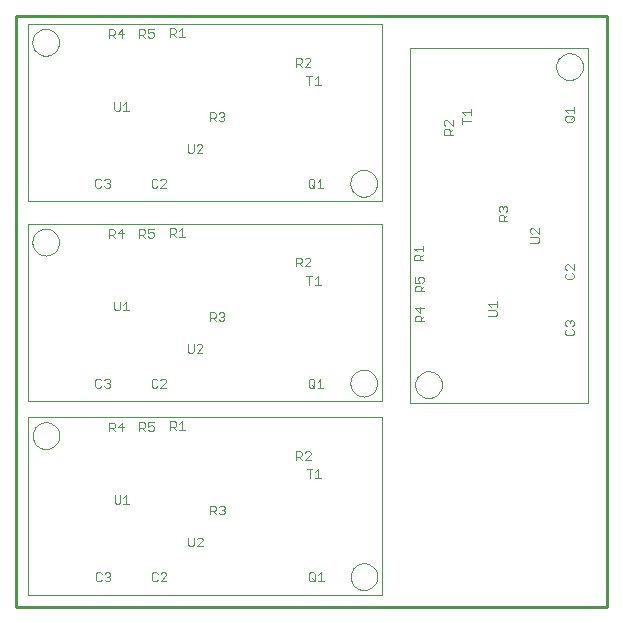
<source format=gto>
G75*
G70*
%OFA0B0*%
%FSLAX24Y24*%
%IPPOS*%
%LPD*%
%AMOC8*
5,1,8,0,0,1.08239X$1,22.5*
%
%ADD10C,0.0010*%
%ADD11C,0.0000*%
%ADD12C,0.0100*%
%ADD13C,0.0030*%
D10*
X000760Y000550D02*
X000760Y006456D01*
X012571Y006456D01*
X012571Y000550D01*
X000760Y000550D01*
X000750Y007000D02*
X000750Y012906D01*
X012561Y012906D01*
X012561Y007000D01*
X000750Y007000D01*
X000750Y013660D02*
X000750Y019566D01*
X012561Y019566D01*
X012561Y013660D01*
X000750Y013660D01*
X013504Y018761D02*
X013504Y006950D01*
X019410Y006950D01*
X019410Y018761D01*
X013504Y018761D01*
D11*
X011505Y014260D02*
X011507Y014302D01*
X011513Y014343D01*
X011522Y014384D01*
X011536Y014423D01*
X011553Y014461D01*
X011574Y014497D01*
X011597Y014532D01*
X011624Y014563D01*
X011654Y014593D01*
X011687Y014619D01*
X011722Y014642D01*
X011758Y014662D01*
X011797Y014678D01*
X011837Y014690D01*
X011877Y014699D01*
X011919Y014704D01*
X011960Y014705D01*
X012002Y014702D01*
X012043Y014695D01*
X012084Y014684D01*
X012123Y014670D01*
X012160Y014652D01*
X012196Y014631D01*
X012230Y014606D01*
X012261Y014578D01*
X012289Y014548D01*
X012315Y014515D01*
X012337Y014479D01*
X012356Y014442D01*
X012371Y014403D01*
X012383Y014363D01*
X012391Y014322D01*
X012395Y014281D01*
X012395Y014239D01*
X012391Y014198D01*
X012383Y014157D01*
X012371Y014117D01*
X012356Y014078D01*
X012337Y014041D01*
X012315Y014005D01*
X012289Y013972D01*
X012261Y013942D01*
X012230Y013914D01*
X012196Y013889D01*
X012160Y013868D01*
X012123Y013850D01*
X012084Y013836D01*
X012043Y013825D01*
X012002Y013818D01*
X011960Y013815D01*
X011919Y013816D01*
X011877Y013821D01*
X011837Y013830D01*
X011797Y013842D01*
X011758Y013858D01*
X011722Y013878D01*
X011687Y013901D01*
X011654Y013927D01*
X011624Y013957D01*
X011597Y013988D01*
X011574Y014023D01*
X011553Y014059D01*
X011536Y014097D01*
X011522Y014136D01*
X011513Y014177D01*
X011507Y014218D01*
X011505Y014260D01*
X011505Y007600D02*
X011507Y007642D01*
X011513Y007683D01*
X011522Y007724D01*
X011536Y007763D01*
X011553Y007801D01*
X011574Y007837D01*
X011597Y007872D01*
X011624Y007903D01*
X011654Y007933D01*
X011687Y007959D01*
X011722Y007982D01*
X011758Y008002D01*
X011797Y008018D01*
X011837Y008030D01*
X011877Y008039D01*
X011919Y008044D01*
X011960Y008045D01*
X012002Y008042D01*
X012043Y008035D01*
X012084Y008024D01*
X012123Y008010D01*
X012160Y007992D01*
X012196Y007971D01*
X012230Y007946D01*
X012261Y007918D01*
X012289Y007888D01*
X012315Y007855D01*
X012337Y007819D01*
X012356Y007782D01*
X012371Y007743D01*
X012383Y007703D01*
X012391Y007662D01*
X012395Y007621D01*
X012395Y007579D01*
X012391Y007538D01*
X012383Y007497D01*
X012371Y007457D01*
X012356Y007418D01*
X012337Y007381D01*
X012315Y007345D01*
X012289Y007312D01*
X012261Y007282D01*
X012230Y007254D01*
X012196Y007229D01*
X012160Y007208D01*
X012123Y007190D01*
X012084Y007176D01*
X012043Y007165D01*
X012002Y007158D01*
X011960Y007155D01*
X011919Y007156D01*
X011877Y007161D01*
X011837Y007170D01*
X011797Y007182D01*
X011758Y007198D01*
X011722Y007218D01*
X011687Y007241D01*
X011654Y007267D01*
X011624Y007297D01*
X011597Y007328D01*
X011574Y007363D01*
X011553Y007399D01*
X011536Y007437D01*
X011522Y007476D01*
X011513Y007517D01*
X011507Y007558D01*
X011505Y007600D01*
X013665Y007550D02*
X013667Y007592D01*
X013673Y007633D01*
X013682Y007674D01*
X013696Y007713D01*
X013713Y007751D01*
X013734Y007787D01*
X013757Y007822D01*
X013784Y007853D01*
X013814Y007883D01*
X013847Y007909D01*
X013882Y007932D01*
X013918Y007952D01*
X013957Y007968D01*
X013997Y007980D01*
X014037Y007989D01*
X014079Y007994D01*
X014120Y007995D01*
X014162Y007992D01*
X014203Y007985D01*
X014244Y007974D01*
X014283Y007960D01*
X014320Y007942D01*
X014356Y007921D01*
X014390Y007896D01*
X014421Y007868D01*
X014449Y007838D01*
X014475Y007805D01*
X014497Y007769D01*
X014516Y007732D01*
X014531Y007693D01*
X014543Y007653D01*
X014551Y007612D01*
X014555Y007571D01*
X014555Y007529D01*
X014551Y007488D01*
X014543Y007447D01*
X014531Y007407D01*
X014516Y007368D01*
X014497Y007331D01*
X014475Y007295D01*
X014449Y007262D01*
X014421Y007232D01*
X014390Y007204D01*
X014356Y007179D01*
X014320Y007158D01*
X014283Y007140D01*
X014244Y007126D01*
X014203Y007115D01*
X014162Y007108D01*
X014120Y007105D01*
X014079Y007106D01*
X014037Y007111D01*
X013997Y007120D01*
X013957Y007132D01*
X013918Y007148D01*
X013882Y007168D01*
X013847Y007191D01*
X013814Y007217D01*
X013784Y007247D01*
X013757Y007278D01*
X013734Y007313D01*
X013713Y007349D01*
X013696Y007387D01*
X013682Y007426D01*
X013673Y007467D01*
X013667Y007508D01*
X013665Y007550D01*
X011515Y001150D02*
X011517Y001192D01*
X011523Y001233D01*
X011532Y001274D01*
X011546Y001313D01*
X011563Y001351D01*
X011584Y001387D01*
X011607Y001422D01*
X011634Y001453D01*
X011664Y001483D01*
X011697Y001509D01*
X011732Y001532D01*
X011768Y001552D01*
X011807Y001568D01*
X011847Y001580D01*
X011887Y001589D01*
X011929Y001594D01*
X011970Y001595D01*
X012012Y001592D01*
X012053Y001585D01*
X012094Y001574D01*
X012133Y001560D01*
X012170Y001542D01*
X012206Y001521D01*
X012240Y001496D01*
X012271Y001468D01*
X012299Y001438D01*
X012325Y001405D01*
X012347Y001369D01*
X012366Y001332D01*
X012381Y001293D01*
X012393Y001253D01*
X012401Y001212D01*
X012405Y001171D01*
X012405Y001129D01*
X012401Y001088D01*
X012393Y001047D01*
X012381Y001007D01*
X012366Y000968D01*
X012347Y000931D01*
X012325Y000895D01*
X012299Y000862D01*
X012271Y000832D01*
X012240Y000804D01*
X012206Y000779D01*
X012170Y000758D01*
X012133Y000740D01*
X012094Y000726D01*
X012053Y000715D01*
X012012Y000708D01*
X011970Y000705D01*
X011929Y000706D01*
X011887Y000711D01*
X011847Y000720D01*
X011807Y000732D01*
X011768Y000748D01*
X011732Y000768D01*
X011697Y000791D01*
X011664Y000817D01*
X011634Y000847D01*
X011607Y000878D01*
X011584Y000913D01*
X011563Y000949D01*
X011546Y000987D01*
X011532Y001026D01*
X011523Y001067D01*
X011517Y001108D01*
X011515Y001150D01*
X000915Y005850D02*
X000917Y005892D01*
X000923Y005933D01*
X000932Y005974D01*
X000946Y006013D01*
X000963Y006051D01*
X000984Y006087D01*
X001007Y006122D01*
X001034Y006153D01*
X001064Y006183D01*
X001097Y006209D01*
X001132Y006232D01*
X001168Y006252D01*
X001207Y006268D01*
X001247Y006280D01*
X001287Y006289D01*
X001329Y006294D01*
X001370Y006295D01*
X001412Y006292D01*
X001453Y006285D01*
X001494Y006274D01*
X001533Y006260D01*
X001570Y006242D01*
X001606Y006221D01*
X001640Y006196D01*
X001671Y006168D01*
X001699Y006138D01*
X001725Y006105D01*
X001747Y006069D01*
X001766Y006032D01*
X001781Y005993D01*
X001793Y005953D01*
X001801Y005912D01*
X001805Y005871D01*
X001805Y005829D01*
X001801Y005788D01*
X001793Y005747D01*
X001781Y005707D01*
X001766Y005668D01*
X001747Y005631D01*
X001725Y005595D01*
X001699Y005562D01*
X001671Y005532D01*
X001640Y005504D01*
X001606Y005479D01*
X001570Y005458D01*
X001533Y005440D01*
X001494Y005426D01*
X001453Y005415D01*
X001412Y005408D01*
X001370Y005405D01*
X001329Y005406D01*
X001287Y005411D01*
X001247Y005420D01*
X001207Y005432D01*
X001168Y005448D01*
X001132Y005468D01*
X001097Y005491D01*
X001064Y005517D01*
X001034Y005547D01*
X001007Y005578D01*
X000984Y005613D01*
X000963Y005649D01*
X000946Y005687D01*
X000932Y005726D01*
X000923Y005767D01*
X000917Y005808D01*
X000915Y005850D01*
X000905Y012300D02*
X000907Y012342D01*
X000913Y012383D01*
X000922Y012424D01*
X000936Y012463D01*
X000953Y012501D01*
X000974Y012537D01*
X000997Y012572D01*
X001024Y012603D01*
X001054Y012633D01*
X001087Y012659D01*
X001122Y012682D01*
X001158Y012702D01*
X001197Y012718D01*
X001237Y012730D01*
X001277Y012739D01*
X001319Y012744D01*
X001360Y012745D01*
X001402Y012742D01*
X001443Y012735D01*
X001484Y012724D01*
X001523Y012710D01*
X001560Y012692D01*
X001596Y012671D01*
X001630Y012646D01*
X001661Y012618D01*
X001689Y012588D01*
X001715Y012555D01*
X001737Y012519D01*
X001756Y012482D01*
X001771Y012443D01*
X001783Y012403D01*
X001791Y012362D01*
X001795Y012321D01*
X001795Y012279D01*
X001791Y012238D01*
X001783Y012197D01*
X001771Y012157D01*
X001756Y012118D01*
X001737Y012081D01*
X001715Y012045D01*
X001689Y012012D01*
X001661Y011982D01*
X001630Y011954D01*
X001596Y011929D01*
X001560Y011908D01*
X001523Y011890D01*
X001484Y011876D01*
X001443Y011865D01*
X001402Y011858D01*
X001360Y011855D01*
X001319Y011856D01*
X001277Y011861D01*
X001237Y011870D01*
X001197Y011882D01*
X001158Y011898D01*
X001122Y011918D01*
X001087Y011941D01*
X001054Y011967D01*
X001024Y011997D01*
X000997Y012028D01*
X000974Y012063D01*
X000953Y012099D01*
X000936Y012137D01*
X000922Y012176D01*
X000913Y012217D01*
X000907Y012258D01*
X000905Y012300D01*
X000905Y018960D02*
X000907Y019002D01*
X000913Y019043D01*
X000922Y019084D01*
X000936Y019123D01*
X000953Y019161D01*
X000974Y019197D01*
X000997Y019232D01*
X001024Y019263D01*
X001054Y019293D01*
X001087Y019319D01*
X001122Y019342D01*
X001158Y019362D01*
X001197Y019378D01*
X001237Y019390D01*
X001277Y019399D01*
X001319Y019404D01*
X001360Y019405D01*
X001402Y019402D01*
X001443Y019395D01*
X001484Y019384D01*
X001523Y019370D01*
X001560Y019352D01*
X001596Y019331D01*
X001630Y019306D01*
X001661Y019278D01*
X001689Y019248D01*
X001715Y019215D01*
X001737Y019179D01*
X001756Y019142D01*
X001771Y019103D01*
X001783Y019063D01*
X001791Y019022D01*
X001795Y018981D01*
X001795Y018939D01*
X001791Y018898D01*
X001783Y018857D01*
X001771Y018817D01*
X001756Y018778D01*
X001737Y018741D01*
X001715Y018705D01*
X001689Y018672D01*
X001661Y018642D01*
X001630Y018614D01*
X001596Y018589D01*
X001560Y018568D01*
X001523Y018550D01*
X001484Y018536D01*
X001443Y018525D01*
X001402Y018518D01*
X001360Y018515D01*
X001319Y018516D01*
X001277Y018521D01*
X001237Y018530D01*
X001197Y018542D01*
X001158Y018558D01*
X001122Y018578D01*
X001087Y018601D01*
X001054Y018627D01*
X001024Y018657D01*
X000997Y018688D01*
X000974Y018723D01*
X000953Y018759D01*
X000936Y018797D01*
X000922Y018836D01*
X000913Y018877D01*
X000907Y018918D01*
X000905Y018960D01*
X018365Y018150D02*
X018367Y018192D01*
X018373Y018233D01*
X018382Y018274D01*
X018396Y018313D01*
X018413Y018351D01*
X018434Y018387D01*
X018457Y018422D01*
X018484Y018453D01*
X018514Y018483D01*
X018547Y018509D01*
X018582Y018532D01*
X018618Y018552D01*
X018657Y018568D01*
X018697Y018580D01*
X018737Y018589D01*
X018779Y018594D01*
X018820Y018595D01*
X018862Y018592D01*
X018903Y018585D01*
X018944Y018574D01*
X018983Y018560D01*
X019020Y018542D01*
X019056Y018521D01*
X019090Y018496D01*
X019121Y018468D01*
X019149Y018438D01*
X019175Y018405D01*
X019197Y018369D01*
X019216Y018332D01*
X019231Y018293D01*
X019243Y018253D01*
X019251Y018212D01*
X019255Y018171D01*
X019255Y018129D01*
X019251Y018088D01*
X019243Y018047D01*
X019231Y018007D01*
X019216Y017968D01*
X019197Y017931D01*
X019175Y017895D01*
X019149Y017862D01*
X019121Y017832D01*
X019090Y017804D01*
X019056Y017779D01*
X019020Y017758D01*
X018983Y017740D01*
X018944Y017726D01*
X018903Y017715D01*
X018862Y017708D01*
X018820Y017705D01*
X018779Y017706D01*
X018737Y017711D01*
X018697Y017720D01*
X018657Y017732D01*
X018618Y017748D01*
X018582Y017768D01*
X018547Y017791D01*
X018514Y017817D01*
X018484Y017847D01*
X018457Y017878D01*
X018434Y017913D01*
X018413Y017949D01*
X018396Y017987D01*
X018382Y018026D01*
X018373Y018067D01*
X018367Y018108D01*
X018365Y018150D01*
D12*
X000370Y019835D02*
X000370Y000150D01*
X020055Y000150D01*
X020055Y019835D01*
X000370Y019835D01*
D13*
X003456Y019395D02*
X003456Y019105D01*
X003456Y019202D02*
X003601Y019202D01*
X003649Y019250D01*
X003649Y019347D01*
X003601Y019395D01*
X003456Y019395D01*
X003552Y019202D02*
X003649Y019105D01*
X003750Y019250D02*
X003944Y019250D01*
X003895Y019105D02*
X003895Y019395D01*
X003750Y019250D01*
X004456Y019212D02*
X004601Y019212D01*
X004649Y019260D01*
X004649Y019357D01*
X004601Y019405D01*
X004456Y019405D01*
X004456Y019115D01*
X004552Y019212D02*
X004649Y019115D01*
X004750Y019163D02*
X004799Y019115D01*
X004895Y019115D01*
X004944Y019163D01*
X004944Y019260D01*
X004895Y019308D01*
X004847Y019308D01*
X004750Y019260D01*
X004750Y019405D01*
X004944Y019405D01*
X005495Y019435D02*
X005495Y019145D01*
X005495Y019242D02*
X005640Y019242D01*
X005688Y019290D01*
X005688Y019387D01*
X005640Y019435D01*
X005495Y019435D01*
X005592Y019242D02*
X005688Y019145D01*
X005790Y019145D02*
X005983Y019145D01*
X005886Y019145D02*
X005886Y019435D01*
X005790Y019338D01*
X004026Y016975D02*
X004026Y016685D01*
X003930Y016685D02*
X004123Y016685D01*
X003930Y016878D02*
X004026Y016975D01*
X003828Y016975D02*
X003828Y016733D01*
X003780Y016685D01*
X003683Y016685D01*
X003635Y016733D01*
X003635Y016975D01*
X003445Y014405D02*
X003349Y014405D01*
X003300Y014357D01*
X003199Y014357D02*
X003151Y014405D01*
X003054Y014405D01*
X003006Y014357D01*
X003006Y014163D01*
X003054Y014115D01*
X003151Y014115D01*
X003199Y014163D01*
X003300Y014163D02*
X003349Y014115D01*
X003445Y014115D01*
X003494Y014163D01*
X003494Y014212D01*
X003445Y014260D01*
X003397Y014260D01*
X003445Y014260D02*
X003494Y014308D01*
X003494Y014357D01*
X003445Y014405D01*
X004876Y014357D02*
X004876Y014163D01*
X004924Y014115D01*
X005021Y014115D01*
X005069Y014163D01*
X005170Y014115D02*
X005364Y014308D01*
X005364Y014357D01*
X005315Y014405D01*
X005219Y014405D01*
X005170Y014357D01*
X005069Y014357D02*
X005021Y014405D01*
X004924Y014405D01*
X004876Y014357D01*
X005170Y014115D02*
X005364Y014115D01*
X006133Y015275D02*
X006230Y015275D01*
X006278Y015323D01*
X006278Y015565D01*
X006380Y015517D02*
X006428Y015565D01*
X006525Y015565D01*
X006573Y015517D01*
X006573Y015468D01*
X006380Y015275D01*
X006573Y015275D01*
X006133Y015275D02*
X006085Y015323D01*
X006085Y015565D01*
X006816Y016335D02*
X006816Y016625D01*
X006961Y016625D01*
X007009Y016577D01*
X007009Y016480D01*
X006961Y016432D01*
X006816Y016432D01*
X006912Y016432D02*
X007009Y016335D01*
X007110Y016383D02*
X007159Y016335D01*
X007255Y016335D01*
X007304Y016383D01*
X007304Y016432D01*
X007255Y016480D01*
X007207Y016480D01*
X007255Y016480D02*
X007304Y016528D01*
X007304Y016577D01*
X007255Y016625D01*
X007159Y016625D01*
X007110Y016577D01*
X009685Y018155D02*
X009685Y018445D01*
X009830Y018445D01*
X009878Y018397D01*
X009878Y018300D01*
X009830Y018252D01*
X009685Y018252D01*
X009782Y018252D02*
X009878Y018155D01*
X009980Y018155D02*
X010173Y018348D01*
X010173Y018397D01*
X010125Y018445D01*
X010028Y018445D01*
X009980Y018397D01*
X009980Y018155D02*
X010173Y018155D01*
X010132Y017835D02*
X010132Y017545D01*
X010330Y017545D02*
X010523Y017545D01*
X010426Y017545D02*
X010426Y017835D01*
X010330Y017738D01*
X010228Y017835D02*
X010035Y017835D01*
X010163Y014405D02*
X010260Y014405D01*
X010308Y014357D01*
X010308Y014163D01*
X010260Y014115D01*
X010163Y014115D01*
X010115Y014163D01*
X010115Y014357D01*
X010163Y014405D01*
X010212Y014212D02*
X010308Y014115D01*
X010410Y014115D02*
X010603Y014115D01*
X010506Y014115D02*
X010506Y014405D01*
X010410Y014308D01*
X010125Y011785D02*
X010028Y011785D01*
X009980Y011737D01*
X009878Y011737D02*
X009830Y011785D01*
X009685Y011785D01*
X009685Y011495D01*
X009685Y011592D02*
X009830Y011592D01*
X009878Y011640D01*
X009878Y011737D01*
X009782Y011592D02*
X009878Y011495D01*
X009980Y011495D02*
X010173Y011688D01*
X010173Y011737D01*
X010125Y011785D01*
X010173Y011495D02*
X009980Y011495D01*
X010035Y011175D02*
X010228Y011175D01*
X010132Y011175D02*
X010132Y010885D01*
X010330Y010885D02*
X010523Y010885D01*
X010426Y010885D02*
X010426Y011175D01*
X010330Y011078D01*
X007304Y009917D02*
X007304Y009868D01*
X007255Y009820D01*
X007304Y009772D01*
X007304Y009723D01*
X007255Y009675D01*
X007159Y009675D01*
X007110Y009723D01*
X007009Y009675D02*
X006912Y009772D01*
X006961Y009772D02*
X006816Y009772D01*
X006816Y009675D02*
X006816Y009965D01*
X006961Y009965D01*
X007009Y009917D01*
X007009Y009820D01*
X006961Y009772D01*
X007110Y009917D02*
X007159Y009965D01*
X007255Y009965D01*
X007304Y009917D01*
X007255Y009820D02*
X007207Y009820D01*
X006525Y008905D02*
X006428Y008905D01*
X006380Y008857D01*
X006278Y008905D02*
X006278Y008663D01*
X006230Y008615D01*
X006133Y008615D01*
X006085Y008663D01*
X006085Y008905D01*
X006380Y008615D02*
X006573Y008808D01*
X006573Y008857D01*
X006525Y008905D01*
X006573Y008615D02*
X006380Y008615D01*
X005364Y007697D02*
X005315Y007745D01*
X005219Y007745D01*
X005170Y007697D01*
X005069Y007697D02*
X005021Y007745D01*
X004924Y007745D01*
X004876Y007697D01*
X004876Y007503D01*
X004924Y007455D01*
X005021Y007455D01*
X005069Y007503D01*
X005170Y007455D02*
X005364Y007648D01*
X005364Y007697D01*
X005364Y007455D02*
X005170Y007455D01*
X005505Y006325D02*
X005650Y006325D01*
X005698Y006277D01*
X005698Y006180D01*
X005650Y006132D01*
X005505Y006132D01*
X005602Y006132D02*
X005698Y006035D01*
X005800Y006035D02*
X005993Y006035D01*
X005896Y006035D02*
X005896Y006325D01*
X005800Y006228D01*
X005505Y006325D02*
X005505Y006035D01*
X004954Y006053D02*
X004905Y006005D01*
X004809Y006005D01*
X004760Y006053D01*
X004760Y006150D02*
X004857Y006198D01*
X004905Y006198D01*
X004954Y006150D01*
X004954Y006053D01*
X004760Y006150D02*
X004760Y006295D01*
X004954Y006295D01*
X004659Y006247D02*
X004659Y006150D01*
X004611Y006102D01*
X004466Y006102D01*
X004562Y006102D02*
X004659Y006005D01*
X004466Y006005D02*
X004466Y006295D01*
X004611Y006295D01*
X004659Y006247D01*
X003954Y006140D02*
X003760Y006140D01*
X003905Y006285D01*
X003905Y005995D01*
X003659Y005995D02*
X003562Y006092D01*
X003611Y006092D02*
X003466Y006092D01*
X003466Y005995D02*
X003466Y006285D01*
X003611Y006285D01*
X003659Y006237D01*
X003659Y006140D01*
X003611Y006092D01*
X003445Y007455D02*
X003349Y007455D01*
X003300Y007503D01*
X003199Y007503D02*
X003151Y007455D01*
X003054Y007455D01*
X003006Y007503D01*
X003006Y007697D01*
X003054Y007745D01*
X003151Y007745D01*
X003199Y007697D01*
X003300Y007697D02*
X003349Y007745D01*
X003445Y007745D01*
X003494Y007697D01*
X003494Y007648D01*
X003445Y007600D01*
X003494Y007552D01*
X003494Y007503D01*
X003445Y007455D01*
X003445Y007600D02*
X003397Y007600D01*
X003683Y010025D02*
X003635Y010073D01*
X003635Y010315D01*
X003828Y010315D02*
X003828Y010073D01*
X003780Y010025D01*
X003683Y010025D01*
X003930Y010025D02*
X004123Y010025D01*
X004026Y010025D02*
X004026Y010315D01*
X003930Y010218D01*
X003895Y012445D02*
X003895Y012735D01*
X003750Y012590D01*
X003944Y012590D01*
X003649Y012590D02*
X003649Y012687D01*
X003601Y012735D01*
X003456Y012735D01*
X003456Y012445D01*
X003456Y012542D02*
X003601Y012542D01*
X003649Y012590D01*
X003552Y012542D02*
X003649Y012445D01*
X004456Y012455D02*
X004456Y012745D01*
X004601Y012745D01*
X004649Y012697D01*
X004649Y012600D01*
X004601Y012552D01*
X004456Y012552D01*
X004552Y012552D02*
X004649Y012455D01*
X004750Y012503D02*
X004799Y012455D01*
X004895Y012455D01*
X004944Y012503D01*
X004944Y012600D01*
X004895Y012648D01*
X004847Y012648D01*
X004750Y012600D01*
X004750Y012745D01*
X004944Y012745D01*
X005495Y012775D02*
X005495Y012485D01*
X005495Y012582D02*
X005640Y012582D01*
X005688Y012630D01*
X005688Y012727D01*
X005640Y012775D01*
X005495Y012775D01*
X005592Y012582D02*
X005688Y012485D01*
X005790Y012485D02*
X005983Y012485D01*
X005886Y012485D02*
X005886Y012775D01*
X005790Y012678D01*
X010163Y007745D02*
X010260Y007745D01*
X010308Y007697D01*
X010308Y007503D01*
X010260Y007455D01*
X010163Y007455D01*
X010115Y007503D01*
X010115Y007697D01*
X010163Y007745D01*
X010212Y007552D02*
X010308Y007455D01*
X010410Y007455D02*
X010603Y007455D01*
X010506Y007455D02*
X010506Y007745D01*
X010410Y007648D01*
X010135Y005335D02*
X010038Y005335D01*
X009990Y005287D01*
X009888Y005287D02*
X009888Y005190D01*
X009840Y005142D01*
X009695Y005142D01*
X009792Y005142D02*
X009888Y005045D01*
X009990Y005045D02*
X010183Y005238D01*
X010183Y005287D01*
X010135Y005335D01*
X009888Y005287D02*
X009840Y005335D01*
X009695Y005335D01*
X009695Y005045D01*
X009990Y005045D02*
X010183Y005045D01*
X010142Y004725D02*
X010142Y004435D01*
X010340Y004435D02*
X010533Y004435D01*
X010436Y004435D02*
X010436Y004725D01*
X010340Y004628D01*
X010238Y004725D02*
X010045Y004725D01*
X007314Y003467D02*
X007314Y003418D01*
X007265Y003370D01*
X007314Y003322D01*
X007314Y003273D01*
X007265Y003225D01*
X007169Y003225D01*
X007120Y003273D01*
X007019Y003225D02*
X006922Y003322D01*
X006971Y003322D02*
X006826Y003322D01*
X006826Y003225D02*
X006826Y003515D01*
X006971Y003515D01*
X007019Y003467D01*
X007019Y003370D01*
X006971Y003322D01*
X007120Y003467D02*
X007169Y003515D01*
X007265Y003515D01*
X007314Y003467D01*
X007265Y003370D02*
X007217Y003370D01*
X006535Y002455D02*
X006438Y002455D01*
X006390Y002407D01*
X006288Y002455D02*
X006288Y002213D01*
X006240Y002165D01*
X006143Y002165D01*
X006095Y002213D01*
X006095Y002455D01*
X006390Y002165D02*
X006583Y002358D01*
X006583Y002407D01*
X006535Y002455D01*
X006583Y002165D02*
X006390Y002165D01*
X005374Y001247D02*
X005374Y001198D01*
X005180Y001005D01*
X005374Y001005D01*
X005079Y001053D02*
X005031Y001005D01*
X004934Y001005D01*
X004886Y001053D01*
X004886Y001247D01*
X004934Y001295D01*
X005031Y001295D01*
X005079Y001247D01*
X005180Y001247D02*
X005229Y001295D01*
X005325Y001295D01*
X005374Y001247D01*
X003504Y001247D02*
X003504Y001198D01*
X003455Y001150D01*
X003504Y001102D01*
X003504Y001053D01*
X003455Y001005D01*
X003359Y001005D01*
X003310Y001053D01*
X003209Y001053D02*
X003161Y001005D01*
X003064Y001005D01*
X003016Y001053D01*
X003016Y001247D01*
X003064Y001295D01*
X003161Y001295D01*
X003209Y001247D01*
X003310Y001247D02*
X003359Y001295D01*
X003455Y001295D01*
X003504Y001247D01*
X003455Y001150D02*
X003407Y001150D01*
X003693Y003575D02*
X003790Y003575D01*
X003838Y003623D01*
X003838Y003865D01*
X003940Y003768D02*
X004036Y003865D01*
X004036Y003575D01*
X003940Y003575D02*
X004133Y003575D01*
X003693Y003575D02*
X003645Y003623D01*
X003645Y003865D01*
X010125Y001247D02*
X010125Y001053D01*
X010173Y001005D01*
X010270Y001005D01*
X010318Y001053D01*
X010318Y001247D01*
X010270Y001295D01*
X010173Y001295D01*
X010125Y001247D01*
X010222Y001102D02*
X010318Y001005D01*
X010420Y001005D02*
X010613Y001005D01*
X010516Y001005D02*
X010516Y001295D01*
X010420Y001198D01*
X018665Y009254D02*
X018665Y009351D01*
X018713Y009399D01*
X018713Y009500D02*
X018665Y009549D01*
X018665Y009645D01*
X018713Y009694D01*
X018762Y009694D01*
X018810Y009645D01*
X018858Y009694D01*
X018907Y009694D01*
X018955Y009645D01*
X018955Y009549D01*
X018907Y009500D01*
X018907Y009399D02*
X018955Y009351D01*
X018955Y009254D01*
X018907Y009206D01*
X018713Y009206D01*
X018665Y009254D01*
X018810Y009597D02*
X018810Y009645D01*
X018713Y011076D02*
X018907Y011076D01*
X018955Y011124D01*
X018955Y011221D01*
X018907Y011269D01*
X018955Y011370D02*
X018762Y011564D01*
X018713Y011564D01*
X018665Y011515D01*
X018665Y011419D01*
X018713Y011370D01*
X018713Y011269D02*
X018665Y011221D01*
X018665Y011124D01*
X018713Y011076D01*
X018955Y011370D02*
X018955Y011564D01*
X017795Y012333D02*
X017795Y012430D01*
X017747Y012478D01*
X017505Y012478D01*
X017553Y012580D02*
X017505Y012628D01*
X017505Y012725D01*
X017553Y012773D01*
X017602Y012773D01*
X017795Y012580D01*
X017795Y012773D01*
X017795Y012333D02*
X017747Y012285D01*
X017505Y012285D01*
X016735Y013016D02*
X016445Y013016D01*
X016445Y013161D01*
X016493Y013209D01*
X016590Y013209D01*
X016638Y013161D01*
X016638Y013016D01*
X016638Y013112D02*
X016735Y013209D01*
X016687Y013310D02*
X016735Y013359D01*
X016735Y013455D01*
X016687Y013504D01*
X016638Y013504D01*
X016590Y013455D01*
X016590Y013407D01*
X016590Y013455D02*
X016542Y013504D01*
X016493Y013504D01*
X016445Y013455D01*
X016445Y013359D01*
X016493Y013310D01*
X013955Y011095D02*
X013955Y010999D01*
X013907Y010950D01*
X013810Y010950D02*
X013762Y011047D01*
X013762Y011095D01*
X013810Y011144D01*
X013907Y011144D01*
X013955Y011095D01*
X013810Y010950D02*
X013665Y010950D01*
X013665Y011144D01*
X013713Y010849D02*
X013810Y010849D01*
X013858Y010801D01*
X013858Y010656D01*
X013858Y010752D02*
X013955Y010849D01*
X013955Y010656D02*
X013665Y010656D01*
X013665Y010801D01*
X013713Y010849D01*
X013820Y010144D02*
X013820Y009950D01*
X013675Y010095D01*
X013965Y010095D01*
X013965Y009849D02*
X013868Y009752D01*
X013868Y009801D02*
X013868Y009656D01*
X013965Y009656D02*
X013675Y009656D01*
X013675Y009801D01*
X013723Y009849D01*
X013820Y009849D01*
X013868Y009801D01*
X013828Y011695D02*
X013828Y011840D01*
X013780Y011888D01*
X013683Y011888D01*
X013635Y011840D01*
X013635Y011695D01*
X013925Y011695D01*
X013828Y011792D02*
X013925Y011888D01*
X013925Y011990D02*
X013925Y012183D01*
X013925Y012086D02*
X013635Y012086D01*
X013732Y011990D01*
X016095Y010226D02*
X016385Y010226D01*
X016385Y010130D02*
X016385Y010323D01*
X016192Y010130D02*
X016095Y010226D01*
X016095Y010028D02*
X016337Y010028D01*
X016385Y009980D01*
X016385Y009883D01*
X016337Y009835D01*
X016095Y009835D01*
X014915Y015885D02*
X014625Y015885D01*
X014625Y016030D01*
X014673Y016078D01*
X014770Y016078D01*
X014818Y016030D01*
X014818Y015885D01*
X014818Y015982D02*
X014915Y016078D01*
X014915Y016180D02*
X014722Y016373D01*
X014673Y016373D01*
X014625Y016325D01*
X014625Y016228D01*
X014673Y016180D01*
X014915Y016180D02*
X014915Y016373D01*
X015235Y016332D02*
X015525Y016332D01*
X015525Y016530D02*
X015525Y016723D01*
X015525Y016626D02*
X015235Y016626D01*
X015332Y016530D01*
X015235Y016428D02*
X015235Y016235D01*
X018665Y016363D02*
X018665Y016460D01*
X018713Y016508D01*
X018907Y016508D01*
X018955Y016460D01*
X018955Y016363D01*
X018907Y016315D01*
X018713Y016315D01*
X018665Y016363D01*
X018858Y016412D02*
X018955Y016508D01*
X018955Y016610D02*
X018955Y016803D01*
X018955Y016706D02*
X018665Y016706D01*
X018762Y016610D01*
M02*

</source>
